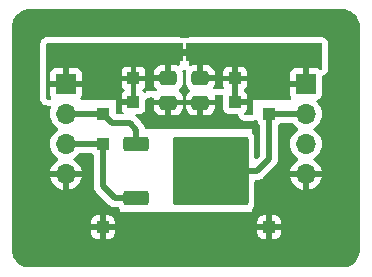
<source format=gtl>
%TF.GenerationSoftware,KiCad,Pcbnew,8.0.3*%
%TF.CreationDate,2024-09-03T06:20:47+12:00*%
%TF.ProjectId,to-252-2,746f2d32-3532-42d3-922e-6b696361645f,rev?*%
%TF.SameCoordinates,Original*%
%TF.FileFunction,Copper,L1,Top*%
%TF.FilePolarity,Positive*%
%FSLAX46Y46*%
G04 Gerber Fmt 4.6, Leading zero omitted, Abs format (unit mm)*
G04 Created by KiCad (PCBNEW 8.0.3) date 2024-09-03 06:20:47*
%MOMM*%
%LPD*%
G01*
G04 APERTURE LIST*
G04 Aperture macros list*
%AMRoundRect*
0 Rectangle with rounded corners*
0 $1 Rounding radius*
0 $2 $3 $4 $5 $6 $7 $8 $9 X,Y pos of 4 corners*
0 Add a 4 corners polygon primitive as box body*
4,1,4,$2,$3,$4,$5,$6,$7,$8,$9,$2,$3,0*
0 Add four circle primitives for the rounded corners*
1,1,$1+$1,$2,$3*
1,1,$1+$1,$4,$5*
1,1,$1+$1,$6,$7*
1,1,$1+$1,$8,$9*
0 Add four rect primitives between the rounded corners*
20,1,$1+$1,$2,$3,$4,$5,0*
20,1,$1+$1,$4,$5,$6,$7,0*
20,1,$1+$1,$6,$7,$8,$9,0*
20,1,$1+$1,$8,$9,$2,$3,0*%
%AMFreePoly0*
4,1,19,0.500000,-0.750000,0.000000,-0.750000,0.000000,-0.744911,-0.071157,-0.744911,-0.207708,-0.704816,-0.327430,-0.627875,-0.420627,-0.520320,-0.479746,-0.390866,-0.500000,-0.250000,-0.500000,0.250000,-0.479746,0.390866,-0.420627,0.520320,-0.327430,0.627875,-0.207708,0.704816,-0.071157,0.744911,0.000000,0.744911,0.000000,0.750000,0.500000,0.750000,0.500000,-0.750000,0.500000,-0.750000,
$1*%
%AMFreePoly1*
4,1,19,0.000000,0.744911,0.071157,0.744911,0.207708,0.704816,0.327430,0.627875,0.420627,0.520320,0.479746,0.390866,0.500000,0.250000,0.500000,-0.250000,0.479746,-0.390866,0.420627,-0.520320,0.327430,-0.627875,0.207708,-0.704816,0.071157,-0.744911,0.000000,-0.744911,0.000000,-0.750000,-0.500000,-0.750000,-0.500000,0.750000,0.000000,0.750000,0.000000,0.744911,0.000000,0.744911,
$1*%
G04 Aperture macros list end*
%TA.AperFunction,EtchedComponent*%
%ADD10C,0.000000*%
%TD*%
%TA.AperFunction,ComponentPad*%
%ADD11R,1.000000X1.000000*%
%TD*%
%TA.AperFunction,SMDPad,CuDef*%
%ADD12RoundRect,0.250000X-0.475000X0.337500X-0.475000X-0.337500X0.475000X-0.337500X0.475000X0.337500X0*%
%TD*%
%TA.AperFunction,SMDPad,CuDef*%
%ADD13RoundRect,0.250000X-0.850000X-0.350000X0.850000X-0.350000X0.850000X0.350000X-0.850000X0.350000X0*%
%TD*%
%TA.AperFunction,SMDPad,CuDef*%
%ADD14RoundRect,0.250000X-1.275000X-1.125000X1.275000X-1.125000X1.275000X1.125000X-1.275000X1.125000X0*%
%TD*%
%TA.AperFunction,SMDPad,CuDef*%
%ADD15RoundRect,0.249997X-2.950003X-2.650003X2.950003X-2.650003X2.950003X2.650003X-2.950003X2.650003X0*%
%TD*%
%TA.AperFunction,SMDPad,CuDef*%
%ADD16FreePoly0,0.000000*%
%TD*%
%TA.AperFunction,SMDPad,CuDef*%
%ADD17FreePoly1,0.000000*%
%TD*%
%TA.AperFunction,ComponentPad*%
%ADD18R,1.700000X1.700000*%
%TD*%
%TA.AperFunction,ComponentPad*%
%ADD19O,1.700000X1.700000*%
%TD*%
%TA.AperFunction,ViaPad*%
%ADD20C,0.600000*%
%TD*%
%TA.AperFunction,Conductor*%
%ADD21C,0.500000*%
%TD*%
%ADD22C,0.300000*%
%ADD23C,0.350000*%
G04 APERTURE END LIST*
D10*
%TA.AperFunction,EtchedComponent*%
%TO.C,JP101*%
G36*
X100250000Y-84000000D02*
G01*
X99750000Y-84000000D01*
X99750000Y-83400000D01*
X100250000Y-83400000D01*
X100250000Y-84000000D01*
G37*
%TD.AperFunction*%
%TD*%
D11*
%TO.P,TP105,1,1*%
%TO.N,Net-(J101-Pin_2)*%
X93100000Y-88900000D03*
%TD*%
D12*
%TO.P,C101,1*%
%TO.N,Net-(J101-Pin_1)*%
X98640000Y-85862500D03*
%TO.P,C101,2*%
%TO.N,GND*%
X98640000Y-87937500D03*
%TD*%
D11*
%TO.P,TP102,1,1*%
%TO.N,Net-(J101-Pin_1)*%
X95700000Y-87900000D03*
%TD*%
%TO.P,TP103,1,1*%
%TO.N,Net-(J102-Pin_1)*%
X104300000Y-87900000D03*
%TD*%
%TO.P,TP104,1,1*%
%TO.N,Net-(J102-Pin_1)*%
X104300000Y-85900000D03*
%TD*%
D13*
%TO.P,U101,1,1*%
%TO.N,Net-(J101-Pin_2)*%
X95940000Y-91470000D03*
D14*
%TO.P,U101,2,2*%
%TO.N,Net-(J102-Pin_2)*%
X100565000Y-92225000D03*
X100565000Y-95275000D03*
D15*
X102240000Y-93750000D03*
D14*
X103915000Y-92225000D03*
X103915000Y-95275000D03*
D13*
%TO.P,U101,3,3*%
%TO.N,Net-(J101-Pin_3)*%
X95940000Y-96030000D03*
%TD*%
D11*
%TO.P,TP110,1,1*%
%TO.N,Net-(J102-Pin_2)*%
X107200000Y-88900000D03*
%TD*%
%TO.P,TP111,1,1*%
%TO.N,GND*%
X93100000Y-98500000D03*
%TD*%
%TO.P,TP109,1,1*%
%TO.N,Net-(J101-Pin_3)*%
X93100000Y-91450000D03*
%TD*%
%TO.P,TP112,1,1*%
%TO.N,GND*%
X107200000Y-98500000D03*
%TD*%
D12*
%TO.P,C102,1*%
%TO.N,Net-(J102-Pin_1)*%
X101360000Y-85862500D03*
%TO.P,C102,2*%
%TO.N,GND*%
X101360000Y-87937500D03*
%TD*%
D16*
%TO.P,JP101,1,A*%
%TO.N,Net-(J101-Pin_1)*%
X99350000Y-83700000D03*
D17*
%TO.P,JP101,2,B*%
%TO.N,Net-(J102-Pin_1)*%
X100650000Y-83700000D03*
%TD*%
D11*
%TO.P,TP101,1,1*%
%TO.N,Net-(J101-Pin_1)*%
X95700000Y-85900000D03*
%TD*%
D18*
%TO.P,J102,1,Pin_1*%
%TO.N,Net-(J102-Pin_1)*%
X110300000Y-86360000D03*
D19*
%TO.P,J102,2,Pin_2*%
%TO.N,Net-(J102-Pin_2)*%
X110300000Y-88900000D03*
%TO.P,J102,3,Pin_3*%
%TO.N,unconnected-(J102-Pin_3-Pad3)*%
X110300000Y-91440000D03*
%TO.P,J102,4,Pin_4*%
%TO.N,GND*%
X110300000Y-93980000D03*
%TD*%
D18*
%TO.P,J101,1,Pin_1*%
%TO.N,Net-(J101-Pin_1)*%
X89980000Y-86360000D03*
D19*
%TO.P,J101,2,Pin_2*%
%TO.N,Net-(J101-Pin_2)*%
X89980000Y-88900000D03*
%TO.P,J101,3,Pin_3*%
%TO.N,Net-(J101-Pin_3)*%
X89980000Y-91440000D03*
%TO.P,J101,4,Pin_4*%
%TO.N,GND*%
X89980000Y-93980000D03*
%TD*%
D20*
%TO.N,GND*%
X102000000Y-101000000D03*
X96000000Y-101000000D03*
X94000000Y-81000000D03*
X96000000Y-81000000D03*
X114000000Y-85000000D03*
X110000000Y-101000000D03*
X102000000Y-81000000D03*
X114000000Y-89000000D03*
X86000000Y-83000000D03*
X98000000Y-81000000D03*
X86000000Y-81000000D03*
X106000000Y-90000000D03*
X114000000Y-93000000D03*
X86000000Y-97000000D03*
X114000000Y-99000000D03*
X112000000Y-101000000D03*
X86000000Y-87000000D03*
X88000000Y-81000000D03*
X96700000Y-89200000D03*
X110000000Y-81000000D03*
X108000000Y-81000000D03*
X114000000Y-97000000D03*
X114000000Y-91000000D03*
X86000000Y-95000000D03*
X114000000Y-87000000D03*
X104000000Y-101000000D03*
X88000000Y-101000000D03*
X86000000Y-89000000D03*
X106000000Y-101000000D03*
X104000000Y-81000000D03*
X102900000Y-87900000D03*
X86000000Y-99000000D03*
X98000000Y-101000000D03*
X90000000Y-81000000D03*
X92000000Y-81000000D03*
X92000000Y-101000000D03*
X90000000Y-101000000D03*
X86000000Y-91000000D03*
X97100000Y-88000000D03*
X106200000Y-92200000D03*
X114000000Y-81000000D03*
X86000000Y-85000000D03*
X108000000Y-101000000D03*
X112000000Y-81000000D03*
X94000000Y-101000000D03*
X114000000Y-83000000D03*
X100000000Y-101000000D03*
X114000000Y-101000000D03*
X100000000Y-81000000D03*
X106000000Y-81000000D03*
X114000000Y-95000000D03*
X86000000Y-93000000D03*
X86000000Y-101000000D03*
%TD*%
D21*
%TO.N,Net-(J101-Pin_2)*%
X95400000Y-89700000D02*
X95940000Y-90240000D01*
X93100000Y-88900000D02*
X93900000Y-89700000D01*
X95940000Y-90240000D02*
X95940000Y-91470000D01*
X89980000Y-88900000D02*
X93100000Y-88900000D01*
X93900000Y-89700000D02*
X95400000Y-89700000D01*
%TO.N,Net-(J101-Pin_3)*%
X93100000Y-95000000D02*
X93100000Y-91450000D01*
X89980000Y-91440000D02*
X93090000Y-91440000D01*
X94130000Y-96030000D02*
X93100000Y-95000000D01*
X95940000Y-96030000D02*
X94130000Y-96030000D01*
%TO.N,Net-(J102-Pin_2)*%
X106150000Y-93750000D02*
X102240000Y-93750000D01*
X107200000Y-88900000D02*
X107200000Y-92700000D01*
X110300000Y-88900000D02*
X107200000Y-88900000D01*
X107200000Y-92700000D02*
X106150000Y-93750000D01*
%TD*%
%TA.AperFunction,Conductor*%
%TO.N,Net-(J101-Pin_1)*%
G36*
X99543039Y-82919685D02*
G01*
X99588794Y-82972489D01*
X99600000Y-83024000D01*
X99600000Y-84723888D01*
X99580315Y-84790927D01*
X99527511Y-84836682D01*
X99458353Y-84846626D01*
X99436997Y-84841594D01*
X99267700Y-84785495D01*
X99267690Y-84785493D01*
X99164986Y-84775000D01*
X98890000Y-84775000D01*
X98890000Y-85988500D01*
X98870315Y-86055539D01*
X98817511Y-86101294D01*
X98766000Y-86112500D01*
X97415001Y-86112500D01*
X97415001Y-86249986D01*
X97425494Y-86352697D01*
X97480641Y-86519119D01*
X97480643Y-86519124D01*
X97572684Y-86668345D01*
X97692658Y-86788319D01*
X97726143Y-86849642D01*
X97721159Y-86919334D01*
X97679287Y-86975267D01*
X97613823Y-86999684D01*
X97604977Y-87000000D01*
X96800000Y-87000000D01*
X96797758Y-87002241D01*
X96780315Y-87061647D01*
X96727511Y-87107402D01*
X96658353Y-87117346D01*
X96594797Y-87088321D01*
X96576734Y-87068919D01*
X96557190Y-87042813D01*
X96499021Y-86999267D01*
X96457150Y-86943333D01*
X96452166Y-86873641D01*
X96485651Y-86812318D01*
X96499021Y-86800733D01*
X96557190Y-86757186D01*
X96643350Y-86642093D01*
X96643354Y-86642086D01*
X96693596Y-86507379D01*
X96693598Y-86507372D01*
X96699999Y-86447844D01*
X96700000Y-86447827D01*
X96700000Y-86150000D01*
X95950000Y-86150000D01*
X95950000Y-87850272D01*
X95911940Y-87758386D01*
X95841614Y-87688060D01*
X95749728Y-87650000D01*
X95650272Y-87650000D01*
X95558386Y-87688060D01*
X95488060Y-87758386D01*
X95450000Y-87850272D01*
X95450000Y-87949728D01*
X95488060Y-88041614D01*
X95558386Y-88111940D01*
X95650272Y-88150000D01*
X94700000Y-88150000D01*
X94700000Y-88447844D01*
X94706401Y-88507372D01*
X94706403Y-88507379D01*
X94756645Y-88642086D01*
X94756649Y-88642093D01*
X94838319Y-88751189D01*
X94862737Y-88816653D01*
X94847886Y-88884926D01*
X94798481Y-88934332D01*
X94739053Y-88949500D01*
X94324000Y-88949500D01*
X94256961Y-88929815D01*
X94211206Y-88877011D01*
X94200000Y-88825500D01*
X94200000Y-87700000D01*
X91335489Y-87700000D01*
X91268450Y-87680315D01*
X91222695Y-87627511D01*
X91212751Y-87558353D01*
X91236223Y-87501689D01*
X91273350Y-87452093D01*
X91273354Y-87452086D01*
X91323596Y-87317379D01*
X91323598Y-87317372D01*
X91329999Y-87257844D01*
X91330000Y-87257827D01*
X91330000Y-86610000D01*
X90413012Y-86610000D01*
X90445925Y-86552993D01*
X90474100Y-86447844D01*
X94700000Y-86447844D01*
X94706401Y-86507372D01*
X94706403Y-86507379D01*
X94756645Y-86642086D01*
X94756649Y-86642093D01*
X94842809Y-86757187D01*
X94900979Y-86800734D01*
X94942849Y-86856668D01*
X94947833Y-86926360D01*
X94914347Y-86987683D01*
X94900979Y-86999266D01*
X94842809Y-87042812D01*
X94756649Y-87157906D01*
X94756645Y-87157913D01*
X94706403Y-87292620D01*
X94706401Y-87292627D01*
X94700000Y-87352155D01*
X94700000Y-87650000D01*
X95450000Y-87650000D01*
X95450000Y-86150000D01*
X94700000Y-86150000D01*
X94700000Y-86447844D01*
X90474100Y-86447844D01*
X90480000Y-86425826D01*
X90480000Y-86294174D01*
X90445925Y-86167007D01*
X90413012Y-86110000D01*
X91330000Y-86110000D01*
X91330000Y-85850272D01*
X95450000Y-85850272D01*
X95450000Y-85949728D01*
X95488060Y-86041614D01*
X95558386Y-86111940D01*
X95650272Y-86150000D01*
X95749728Y-86150000D01*
X95841614Y-86111940D01*
X95911940Y-86041614D01*
X95950000Y-85949728D01*
X95950000Y-85850272D01*
X95911940Y-85758386D01*
X95841614Y-85688060D01*
X95749728Y-85650000D01*
X95950000Y-85650000D01*
X96700000Y-85650000D01*
X96700000Y-85475013D01*
X97415000Y-85475013D01*
X97415000Y-85612500D01*
X98390000Y-85612500D01*
X98390000Y-84775000D01*
X98115029Y-84775000D01*
X98115012Y-84775001D01*
X98012302Y-84785494D01*
X97845880Y-84840641D01*
X97845875Y-84840643D01*
X97696654Y-84932684D01*
X97572684Y-85056654D01*
X97480643Y-85205875D01*
X97480641Y-85205880D01*
X97425494Y-85372302D01*
X97425493Y-85372309D01*
X97415000Y-85475013D01*
X96700000Y-85475013D01*
X96700000Y-85352172D01*
X96699999Y-85352155D01*
X96693598Y-85292627D01*
X96693596Y-85292620D01*
X96643354Y-85157913D01*
X96643350Y-85157906D01*
X96557190Y-85042812D01*
X96557187Y-85042809D01*
X96442093Y-84956649D01*
X96442086Y-84956645D01*
X96307379Y-84906403D01*
X96307372Y-84906401D01*
X96247844Y-84900000D01*
X95950000Y-84900000D01*
X95950000Y-85650000D01*
X95749728Y-85650000D01*
X95650272Y-85650000D01*
X95558386Y-85688060D01*
X95488060Y-85758386D01*
X95450000Y-85850272D01*
X91330000Y-85850272D01*
X91330000Y-85462172D01*
X91329999Y-85462155D01*
X91323598Y-85402627D01*
X91323596Y-85402620D01*
X91304774Y-85352155D01*
X94700000Y-85352155D01*
X94700000Y-85650000D01*
X95450000Y-85650000D01*
X95450000Y-84900000D01*
X95152155Y-84900000D01*
X95092627Y-84906401D01*
X95092620Y-84906403D01*
X94957913Y-84956645D01*
X94957906Y-84956649D01*
X94842812Y-85042809D01*
X94842809Y-85042812D01*
X94756649Y-85157906D01*
X94756645Y-85157913D01*
X94706403Y-85292620D01*
X94706401Y-85292627D01*
X94700000Y-85352155D01*
X91304774Y-85352155D01*
X91273354Y-85267913D01*
X91273350Y-85267906D01*
X91187190Y-85152812D01*
X91187187Y-85152809D01*
X91072093Y-85066649D01*
X91072086Y-85066645D01*
X90937379Y-85016403D01*
X90937372Y-85016401D01*
X90877844Y-85010000D01*
X90230000Y-85010000D01*
X90230000Y-85926988D01*
X90172993Y-85894075D01*
X90045826Y-85860000D01*
X89914174Y-85860000D01*
X89787007Y-85894075D01*
X89730000Y-85926988D01*
X89730000Y-85010000D01*
X89082155Y-85010000D01*
X89022627Y-85016401D01*
X89022620Y-85016403D01*
X88887913Y-85066645D01*
X88887906Y-85066649D01*
X88772812Y-85152809D01*
X88772809Y-85152812D01*
X88686649Y-85267906D01*
X88686645Y-85267913D01*
X88636403Y-85402620D01*
X88636401Y-85402627D01*
X88630000Y-85462155D01*
X88630000Y-86110000D01*
X89546988Y-86110000D01*
X89514075Y-86167007D01*
X89480000Y-86294174D01*
X89480000Y-86425826D01*
X89514075Y-86552993D01*
X89546988Y-86610000D01*
X88630000Y-86610000D01*
X88630000Y-87257844D01*
X88636401Y-87317372D01*
X88636403Y-87317379D01*
X88686645Y-87452086D01*
X88686649Y-87452093D01*
X88723777Y-87501689D01*
X88748195Y-87567153D01*
X88733344Y-87635426D01*
X88683939Y-87684832D01*
X88624511Y-87700000D01*
X88424000Y-87700000D01*
X88356961Y-87680315D01*
X88311206Y-87627511D01*
X88300000Y-87576000D01*
X88300000Y-83024000D01*
X88319685Y-82956961D01*
X88372489Y-82911206D01*
X88424000Y-82900000D01*
X99476000Y-82900000D01*
X99543039Y-82919685D01*
G37*
%TD.AperFunction*%
%TA.AperFunction,Conductor*%
G36*
X95950000Y-88026000D02*
G01*
X95930315Y-88093039D01*
X95877511Y-88138794D01*
X95826000Y-88150000D01*
X95749728Y-88150000D01*
X95841614Y-88111940D01*
X95911940Y-88041614D01*
X95950000Y-87949728D01*
X95950000Y-88026000D01*
G37*
%TD.AperFunction*%
%TD*%
%TA.AperFunction,Conductor*%
%TO.N,Net-(J102-Pin_1)*%
G36*
X111643039Y-82919685D02*
G01*
X111688794Y-82972489D01*
X111700000Y-83024000D01*
X111700000Y-85049427D01*
X111680315Y-85116466D01*
X111627511Y-85162221D01*
X111558353Y-85172165D01*
X111501689Y-85148694D01*
X111392088Y-85066646D01*
X111392086Y-85066645D01*
X111257379Y-85016403D01*
X111257372Y-85016401D01*
X111197844Y-85010000D01*
X110550000Y-85010000D01*
X110550000Y-85926988D01*
X110492993Y-85894075D01*
X110365826Y-85860000D01*
X110234174Y-85860000D01*
X110107007Y-85894075D01*
X110050000Y-85926988D01*
X110050000Y-85010000D01*
X109402155Y-85010000D01*
X109342627Y-85016401D01*
X109342620Y-85016403D01*
X109207913Y-85066645D01*
X109207906Y-85066649D01*
X109092812Y-85152809D01*
X109092809Y-85152812D01*
X109006649Y-85267906D01*
X109006645Y-85267913D01*
X108956403Y-85402620D01*
X108956401Y-85402627D01*
X108950000Y-85462155D01*
X108950000Y-86110000D01*
X109866988Y-86110000D01*
X109834075Y-86167007D01*
X109800000Y-86294174D01*
X109800000Y-86425826D01*
X109834075Y-86552993D01*
X109866988Y-86610000D01*
X108950000Y-86610000D01*
X108950000Y-87257844D01*
X108956401Y-87317372D01*
X108956403Y-87317379D01*
X109006645Y-87452086D01*
X109006649Y-87452093D01*
X109043777Y-87501689D01*
X109068195Y-87567153D01*
X109053344Y-87635426D01*
X109003939Y-87684832D01*
X108944511Y-87700000D01*
X105800000Y-87700000D01*
X105800000Y-88876000D01*
X105780315Y-88943039D01*
X105727511Y-88988794D01*
X105676000Y-89000000D01*
X105205392Y-89000000D01*
X105138353Y-88980315D01*
X105092598Y-88927511D01*
X105082654Y-88858353D01*
X105111679Y-88794797D01*
X105131081Y-88776734D01*
X105157187Y-88757190D01*
X105157190Y-88757187D01*
X105243350Y-88642093D01*
X105243354Y-88642086D01*
X105293596Y-88507379D01*
X105293598Y-88507372D01*
X105299999Y-88447844D01*
X105300000Y-88447827D01*
X105300000Y-88150000D01*
X104349728Y-88150000D01*
X104441614Y-88111940D01*
X104511940Y-88041614D01*
X104550000Y-87949728D01*
X104550000Y-87850272D01*
X104511940Y-87758386D01*
X104441614Y-87688060D01*
X104349728Y-87650000D01*
X104550000Y-87650000D01*
X105300000Y-87650000D01*
X105300000Y-87352172D01*
X105299999Y-87352155D01*
X105293598Y-87292627D01*
X105293596Y-87292620D01*
X105243354Y-87157913D01*
X105243350Y-87157906D01*
X105157190Y-87042813D01*
X105099021Y-86999267D01*
X105057150Y-86943333D01*
X105052166Y-86873641D01*
X105085651Y-86812318D01*
X105099021Y-86800733D01*
X105157190Y-86757186D01*
X105243350Y-86642093D01*
X105243354Y-86642086D01*
X105293596Y-86507379D01*
X105293598Y-86507372D01*
X105299999Y-86447844D01*
X105300000Y-86447827D01*
X105300000Y-86150000D01*
X104550000Y-86150000D01*
X104550000Y-87650000D01*
X104349728Y-87650000D01*
X104250272Y-87650000D01*
X104158386Y-87688060D01*
X104088060Y-87758386D01*
X104050000Y-87850272D01*
X104050000Y-86150000D01*
X103300000Y-86150000D01*
X103300000Y-86447844D01*
X103306401Y-86507372D01*
X103306403Y-86507380D01*
X103353132Y-86632667D01*
X103358116Y-86702359D01*
X103324631Y-86763682D01*
X103263307Y-86797166D01*
X103236950Y-86800000D01*
X102568285Y-86800000D01*
X102501246Y-86780315D01*
X102455491Y-86727511D01*
X102445547Y-86658353D01*
X102462747Y-86610903D01*
X102519353Y-86519130D01*
X102519358Y-86519119D01*
X102574505Y-86352697D01*
X102574506Y-86352690D01*
X102584999Y-86249986D01*
X102585000Y-86249973D01*
X102585000Y-86112500D01*
X101234000Y-86112500D01*
X101166961Y-86092815D01*
X101121206Y-86040011D01*
X101110000Y-85988500D01*
X101110000Y-85850272D01*
X104050000Y-85850272D01*
X104050000Y-85949728D01*
X104088060Y-86041614D01*
X104158386Y-86111940D01*
X104250272Y-86150000D01*
X104349728Y-86150000D01*
X104441614Y-86111940D01*
X104511940Y-86041614D01*
X104550000Y-85949728D01*
X104550000Y-85850272D01*
X104511940Y-85758386D01*
X104441614Y-85688060D01*
X104349728Y-85650000D01*
X104550000Y-85650000D01*
X105300000Y-85650000D01*
X105300000Y-85352172D01*
X105299999Y-85352155D01*
X105293598Y-85292627D01*
X105293596Y-85292620D01*
X105243354Y-85157913D01*
X105243350Y-85157906D01*
X105157190Y-85042812D01*
X105157187Y-85042809D01*
X105042093Y-84956649D01*
X105042086Y-84956645D01*
X104907379Y-84906403D01*
X104907372Y-84906401D01*
X104847844Y-84900000D01*
X104550000Y-84900000D01*
X104550000Y-85650000D01*
X104349728Y-85650000D01*
X104250272Y-85650000D01*
X104158386Y-85688060D01*
X104088060Y-85758386D01*
X104050000Y-85850272D01*
X101110000Y-85850272D01*
X101110000Y-85612500D01*
X101610000Y-85612500D01*
X102584999Y-85612500D01*
X102584999Y-85475028D01*
X102584998Y-85475013D01*
X102574505Y-85372302D01*
X102567829Y-85352155D01*
X103300000Y-85352155D01*
X103300000Y-85650000D01*
X104050000Y-85650000D01*
X104050000Y-84900000D01*
X103752155Y-84900000D01*
X103692627Y-84906401D01*
X103692620Y-84906403D01*
X103557913Y-84956645D01*
X103557906Y-84956649D01*
X103442812Y-85042809D01*
X103442809Y-85042812D01*
X103356649Y-85157906D01*
X103356645Y-85157913D01*
X103306403Y-85292620D01*
X103306401Y-85292627D01*
X103300000Y-85352155D01*
X102567829Y-85352155D01*
X102519358Y-85205880D01*
X102519356Y-85205875D01*
X102427315Y-85056654D01*
X102303345Y-84932684D01*
X102154124Y-84840643D01*
X102154119Y-84840641D01*
X101987697Y-84785494D01*
X101987690Y-84785493D01*
X101884986Y-84775000D01*
X101610000Y-84775000D01*
X101610000Y-85612500D01*
X101110000Y-85612500D01*
X101110000Y-84775000D01*
X100835029Y-84775000D01*
X100835012Y-84775001D01*
X100732302Y-84785494D01*
X100563004Y-84841594D01*
X100493175Y-84843996D01*
X100433134Y-84808264D01*
X100401941Y-84745743D01*
X100400000Y-84723888D01*
X100400000Y-83024000D01*
X100419685Y-82956961D01*
X100472489Y-82911206D01*
X100524000Y-82900000D01*
X111576000Y-82900000D01*
X111643039Y-82919685D01*
G37*
%TD.AperFunction*%
%TA.AperFunction,Conductor*%
G36*
X104088060Y-88041614D02*
G01*
X104158386Y-88111940D01*
X104250272Y-88150000D01*
X104174000Y-88150000D01*
X104106961Y-88130315D01*
X104061206Y-88077511D01*
X104050000Y-88026000D01*
X104050000Y-87949728D01*
X104088060Y-88041614D01*
G37*
%TD.AperFunction*%
%TD*%
%TA.AperFunction,Conductor*%
%TO.N,GND*%
G36*
X100042588Y-85144207D02*
G01*
X100077207Y-85163948D01*
X100118340Y-85197186D01*
X100158112Y-85254631D01*
X100160512Y-85324460D01*
X100158111Y-85332636D01*
X100145001Y-85372199D01*
X100134500Y-85474983D01*
X100134500Y-86250001D01*
X100134501Y-86250019D01*
X100145000Y-86352796D01*
X100145001Y-86352799D01*
X100200185Y-86519331D01*
X100200186Y-86519334D01*
X100292288Y-86668656D01*
X100416344Y-86792712D01*
X100419628Y-86794737D01*
X100419653Y-86794753D01*
X100421445Y-86796746D01*
X100422011Y-86797193D01*
X100421934Y-86797289D01*
X100466379Y-86846699D01*
X100477603Y-86915661D01*
X100449761Y-86979744D01*
X100419665Y-87005826D01*
X100416660Y-87007679D01*
X100416655Y-87007683D01*
X100292684Y-87131654D01*
X100200643Y-87280875D01*
X100200641Y-87280880D01*
X100145494Y-87447302D01*
X100145493Y-87447309D01*
X100135000Y-87550013D01*
X100135000Y-87687500D01*
X102584999Y-87687500D01*
X102584999Y-87550028D01*
X102584998Y-87550010D01*
X102573975Y-87442101D01*
X102586745Y-87373408D01*
X102634626Y-87322524D01*
X102697333Y-87305500D01*
X103175500Y-87305500D01*
X103242539Y-87325185D01*
X103288294Y-87377989D01*
X103299500Y-87429500D01*
X103299500Y-88447870D01*
X103299501Y-88447876D01*
X103305908Y-88507483D01*
X103356202Y-88642328D01*
X103356206Y-88642335D01*
X103442452Y-88757544D01*
X103442455Y-88757547D01*
X103557664Y-88843793D01*
X103557671Y-88843797D01*
X103692517Y-88894091D01*
X103692516Y-88894091D01*
X103699444Y-88894835D01*
X103752127Y-88900500D01*
X104470792Y-88900499D01*
X104537831Y-88920183D01*
X104583586Y-88972987D01*
X104590982Y-88995210D01*
X104590996Y-88995206D01*
X104591109Y-88995592D01*
X104591960Y-88998148D01*
X104592245Y-88999462D01*
X104632778Y-89137501D01*
X104632781Y-89137507D01*
X104710563Y-89258537D01*
X104710571Y-89258548D01*
X104756315Y-89311340D01*
X104756318Y-89311343D01*
X104756322Y-89311347D01*
X104865056Y-89405567D01*
X104865059Y-89405568D01*
X104865060Y-89405569D01*
X104967607Y-89452402D01*
X104995933Y-89465338D01*
X105062972Y-89485023D01*
X105062976Y-89485024D01*
X105205392Y-89505500D01*
X105205395Y-89505500D01*
X105675990Y-89505500D01*
X105676000Y-89505500D01*
X105783456Y-89493947D01*
X105834967Y-89482741D01*
X105869197Y-89471347D01*
X105937497Y-89448616D01*
X105937501Y-89448613D01*
X105937504Y-89448613D01*
X106013770Y-89399598D01*
X106080809Y-89379914D01*
X106147849Y-89399598D01*
X106193604Y-89452402D01*
X106204099Y-89490658D01*
X106205907Y-89507480D01*
X106256202Y-89642328D01*
X106256203Y-89642329D01*
X106256204Y-89642331D01*
X106342451Y-89757542D01*
X106342452Y-89757543D01*
X106342455Y-89757547D01*
X106399810Y-89800482D01*
X106441682Y-89856415D01*
X106449500Y-89899749D01*
X106449500Y-92337770D01*
X106429815Y-92404809D01*
X106413181Y-92425451D01*
X106152181Y-92686451D01*
X106090858Y-92719936D01*
X106021166Y-92714952D01*
X105965233Y-92673080D01*
X105940816Y-92607616D01*
X105940500Y-92598770D01*
X105940500Y-91049993D01*
X105940499Y-91049980D01*
X105929999Y-90947200D01*
X105874815Y-90780664D01*
X105874811Y-90780658D01*
X105874810Y-90780655D01*
X105782714Y-90631346D01*
X105782711Y-90631342D01*
X105736319Y-90584950D01*
X105702834Y-90523627D01*
X105700000Y-90497269D01*
X105700000Y-90200000D01*
X96799011Y-90200000D01*
X96731972Y-90180315D01*
X96686217Y-90127511D01*
X96677394Y-90100192D01*
X96661659Y-90021092D01*
X96661658Y-90021091D01*
X96661658Y-90021087D01*
X96627449Y-89938498D01*
X96605087Y-89884511D01*
X96605080Y-89884498D01*
X96522952Y-89761585D01*
X96518909Y-89757542D01*
X96418416Y-89657049D01*
X96339197Y-89577830D01*
X95874109Y-89112740D01*
X95875977Y-89110871D01*
X95843099Y-89062576D01*
X95841247Y-88992731D01*
X95877449Y-88932972D01*
X95940213Y-88902272D01*
X95961108Y-88900499D01*
X96247871Y-88900499D01*
X96247872Y-88900499D01*
X96307483Y-88894091D01*
X96442331Y-88843796D01*
X96557546Y-88757546D01*
X96643796Y-88642331D01*
X96694091Y-88507483D01*
X96700500Y-88447873D01*
X96700500Y-88324986D01*
X97415001Y-88324986D01*
X97425494Y-88427697D01*
X97480641Y-88594119D01*
X97480643Y-88594124D01*
X97572684Y-88743345D01*
X97696654Y-88867315D01*
X97845875Y-88959356D01*
X97845880Y-88959358D01*
X98012302Y-89014505D01*
X98012309Y-89014506D01*
X98115019Y-89024999D01*
X98389999Y-89024999D01*
X98890000Y-89024999D01*
X99164972Y-89024999D01*
X99164986Y-89024998D01*
X99267697Y-89014505D01*
X99434119Y-88959358D01*
X99434124Y-88959356D01*
X99583345Y-88867315D01*
X99707315Y-88743345D01*
X99799356Y-88594124D01*
X99799358Y-88594119D01*
X99854505Y-88427697D01*
X99854506Y-88427690D01*
X99864999Y-88324986D01*
X100135001Y-88324986D01*
X100145494Y-88427697D01*
X100200641Y-88594119D01*
X100200643Y-88594124D01*
X100292684Y-88743345D01*
X100416654Y-88867315D01*
X100565875Y-88959356D01*
X100565880Y-88959358D01*
X100732302Y-89014505D01*
X100732309Y-89014506D01*
X100835019Y-89024999D01*
X101109999Y-89024999D01*
X101610000Y-89024999D01*
X101884972Y-89024999D01*
X101884986Y-89024998D01*
X101987697Y-89014505D01*
X102154119Y-88959358D01*
X102154124Y-88959356D01*
X102303345Y-88867315D01*
X102427315Y-88743345D01*
X102519356Y-88594124D01*
X102519358Y-88594119D01*
X102574505Y-88427697D01*
X102574506Y-88427690D01*
X102584999Y-88324986D01*
X102585000Y-88324973D01*
X102585000Y-88187500D01*
X101610000Y-88187500D01*
X101610000Y-89024999D01*
X101109999Y-89024999D01*
X101110000Y-89024998D01*
X101110000Y-88187500D01*
X100135001Y-88187500D01*
X100135001Y-88324986D01*
X99864999Y-88324986D01*
X99865000Y-88324973D01*
X99865000Y-88187500D01*
X98890000Y-88187500D01*
X98890000Y-89024999D01*
X98389999Y-89024999D01*
X98390000Y-89024998D01*
X98390000Y-88187500D01*
X97415001Y-88187500D01*
X97415001Y-88324986D01*
X96700500Y-88324986D01*
X96700499Y-87729206D01*
X96720183Y-87662168D01*
X96772987Y-87616413D01*
X96795209Y-87609019D01*
X96795205Y-87609004D01*
X96795635Y-87608877D01*
X96798168Y-87608035D01*
X96799440Y-87607758D01*
X96799455Y-87607756D01*
X96937504Y-87567221D01*
X97002913Y-87525185D01*
X97069953Y-87505500D01*
X97291000Y-87505500D01*
X97358039Y-87525185D01*
X97403794Y-87577989D01*
X97415000Y-87629500D01*
X97415000Y-87687500D01*
X99864999Y-87687500D01*
X99864999Y-87550028D01*
X99864998Y-87550013D01*
X99854505Y-87447302D01*
X99799358Y-87280880D01*
X99799356Y-87280875D01*
X99707315Y-87131654D01*
X99583344Y-87007683D01*
X99583341Y-87007681D01*
X99580339Y-87005829D01*
X99578713Y-87004021D01*
X99577677Y-87003202D01*
X99577817Y-87003024D01*
X99533617Y-86953880D01*
X99522397Y-86884917D01*
X99550243Y-86820836D01*
X99580344Y-86794754D01*
X99583656Y-86792712D01*
X99707712Y-86668656D01*
X99799814Y-86519334D01*
X99854999Y-86352797D01*
X99865500Y-86250009D01*
X99865499Y-85474992D01*
X99854999Y-85372203D01*
X99842299Y-85333876D01*
X99839896Y-85264048D01*
X99875627Y-85204006D01*
X99878751Y-85201202D01*
X99911347Y-85172958D01*
X99911353Y-85172950D01*
X99911578Y-85172727D01*
X99911673Y-85172674D01*
X99914696Y-85170056D01*
X99915265Y-85170712D01*
X99972896Y-85139233D01*
X100042588Y-85144207D01*
G37*
%TD.AperFunction*%
%TA.AperFunction,Conductor*%
G36*
X113384418Y-80040816D02*
G01*
X113584561Y-80055130D01*
X113602063Y-80057647D01*
X113793797Y-80099355D01*
X113810755Y-80104334D01*
X113994609Y-80172909D01*
X114010701Y-80180259D01*
X114182904Y-80274288D01*
X114197784Y-80283849D01*
X114354867Y-80401441D01*
X114368237Y-80413027D01*
X114506972Y-80551762D01*
X114518558Y-80565132D01*
X114636146Y-80722210D01*
X114645711Y-80737095D01*
X114739740Y-80909298D01*
X114747090Y-80925390D01*
X114815662Y-81109236D01*
X114820646Y-81126212D01*
X114862351Y-81317931D01*
X114864869Y-81335442D01*
X114879184Y-81535580D01*
X114879500Y-81544427D01*
X114879500Y-100395572D01*
X114879184Y-100404419D01*
X114864869Y-100604557D01*
X114862351Y-100622068D01*
X114820646Y-100813787D01*
X114815662Y-100830763D01*
X114747090Y-101014609D01*
X114739740Y-101030701D01*
X114645711Y-101202904D01*
X114636146Y-101217789D01*
X114518558Y-101374867D01*
X114506972Y-101388237D01*
X114368237Y-101526972D01*
X114354867Y-101538558D01*
X114197789Y-101656146D01*
X114182904Y-101665711D01*
X114010701Y-101759740D01*
X113994609Y-101767090D01*
X113810763Y-101835662D01*
X113793787Y-101840646D01*
X113602068Y-101882351D01*
X113584557Y-101884869D01*
X113403779Y-101897799D01*
X113384417Y-101899184D01*
X113375572Y-101899500D01*
X86904428Y-101899500D01*
X86895582Y-101899184D01*
X86873622Y-101897613D01*
X86695442Y-101884869D01*
X86677931Y-101882351D01*
X86486212Y-101840646D01*
X86469236Y-101835662D01*
X86285390Y-101767090D01*
X86269298Y-101759740D01*
X86097095Y-101665711D01*
X86082210Y-101656146D01*
X85925132Y-101538558D01*
X85911762Y-101526972D01*
X85773027Y-101388237D01*
X85761441Y-101374867D01*
X85643849Y-101217784D01*
X85634288Y-101202904D01*
X85540259Y-101030701D01*
X85532909Y-101014609D01*
X85472091Y-100851551D01*
X85464334Y-100830755D01*
X85459355Y-100813797D01*
X85417647Y-100622063D01*
X85415130Y-100604556D01*
X85400816Y-100404418D01*
X85400500Y-100395572D01*
X85400500Y-99047844D01*
X92100000Y-99047844D01*
X92106401Y-99107372D01*
X92106403Y-99107379D01*
X92156645Y-99242086D01*
X92156649Y-99242093D01*
X92242809Y-99357187D01*
X92242812Y-99357190D01*
X92357906Y-99443350D01*
X92357913Y-99443354D01*
X92492620Y-99493596D01*
X92492627Y-99493598D01*
X92552155Y-99499999D01*
X92552172Y-99500000D01*
X92850000Y-99500000D01*
X93350000Y-99500000D01*
X93647828Y-99500000D01*
X93647844Y-99499999D01*
X93707372Y-99493598D01*
X93707379Y-99493596D01*
X93842086Y-99443354D01*
X93842093Y-99443350D01*
X93957187Y-99357190D01*
X93957190Y-99357187D01*
X94043350Y-99242093D01*
X94043354Y-99242086D01*
X94093596Y-99107379D01*
X94093598Y-99107372D01*
X94099999Y-99047844D01*
X106200000Y-99047844D01*
X106206401Y-99107372D01*
X106206403Y-99107379D01*
X106256645Y-99242086D01*
X106256649Y-99242093D01*
X106342809Y-99357187D01*
X106342812Y-99357190D01*
X106457906Y-99443350D01*
X106457913Y-99443354D01*
X106592620Y-99493596D01*
X106592627Y-99493598D01*
X106652155Y-99499999D01*
X106652172Y-99500000D01*
X106950000Y-99500000D01*
X107450000Y-99500000D01*
X107747828Y-99500000D01*
X107747844Y-99499999D01*
X107807372Y-99493598D01*
X107807379Y-99493596D01*
X107942086Y-99443354D01*
X107942093Y-99443350D01*
X108057187Y-99357190D01*
X108057190Y-99357187D01*
X108143350Y-99242093D01*
X108143354Y-99242086D01*
X108193596Y-99107379D01*
X108193598Y-99107372D01*
X108199999Y-99047844D01*
X108200000Y-99047827D01*
X108200000Y-98750000D01*
X107450000Y-98750000D01*
X107450000Y-99500000D01*
X106950000Y-99500000D01*
X106950000Y-98750000D01*
X106200000Y-98750000D01*
X106200000Y-99047844D01*
X94099999Y-99047844D01*
X94100000Y-99047827D01*
X94100000Y-98750000D01*
X93350000Y-98750000D01*
X93350000Y-99500000D01*
X92850000Y-99500000D01*
X92850000Y-98750000D01*
X92100000Y-98750000D01*
X92100000Y-99047844D01*
X85400500Y-99047844D01*
X85400500Y-98450272D01*
X92850000Y-98450272D01*
X92850000Y-98549728D01*
X92888060Y-98641614D01*
X92958386Y-98711940D01*
X93050272Y-98750000D01*
X93149728Y-98750000D01*
X93241614Y-98711940D01*
X93311940Y-98641614D01*
X93350000Y-98549728D01*
X93350000Y-98450272D01*
X106950000Y-98450272D01*
X106950000Y-98549728D01*
X106988060Y-98641614D01*
X107058386Y-98711940D01*
X107150272Y-98750000D01*
X107249728Y-98750000D01*
X107341614Y-98711940D01*
X107411940Y-98641614D01*
X107450000Y-98549728D01*
X107450000Y-98450272D01*
X107411940Y-98358386D01*
X107341614Y-98288060D01*
X107249728Y-98250000D01*
X107450000Y-98250000D01*
X108200000Y-98250000D01*
X108200000Y-97952172D01*
X108199999Y-97952155D01*
X108193598Y-97892627D01*
X108193596Y-97892620D01*
X108143354Y-97757913D01*
X108143350Y-97757906D01*
X108057190Y-97642812D01*
X108057187Y-97642809D01*
X107942093Y-97556649D01*
X107942086Y-97556645D01*
X107807379Y-97506403D01*
X107807372Y-97506401D01*
X107747844Y-97500000D01*
X107450000Y-97500000D01*
X107450000Y-98250000D01*
X107249728Y-98250000D01*
X107150272Y-98250000D01*
X107058386Y-98288060D01*
X106988060Y-98358386D01*
X106950000Y-98450272D01*
X93350000Y-98450272D01*
X93311940Y-98358386D01*
X93241614Y-98288060D01*
X93149728Y-98250000D01*
X93350000Y-98250000D01*
X94100000Y-98250000D01*
X94100000Y-97952172D01*
X94099999Y-97952155D01*
X106200000Y-97952155D01*
X106200000Y-98250000D01*
X106950000Y-98250000D01*
X106950000Y-97500000D01*
X106652155Y-97500000D01*
X106592627Y-97506401D01*
X106592620Y-97506403D01*
X106457913Y-97556645D01*
X106457906Y-97556649D01*
X106342812Y-97642809D01*
X106342809Y-97642812D01*
X106256649Y-97757906D01*
X106256645Y-97757913D01*
X106206403Y-97892620D01*
X106206401Y-97892627D01*
X106200000Y-97952155D01*
X94099999Y-97952155D01*
X94093598Y-97892627D01*
X94093596Y-97892620D01*
X94043354Y-97757913D01*
X94043350Y-97757906D01*
X93957190Y-97642812D01*
X93957187Y-97642809D01*
X93842093Y-97556649D01*
X93842086Y-97556645D01*
X93707379Y-97506403D01*
X93707372Y-97506401D01*
X93647844Y-97500000D01*
X93350000Y-97500000D01*
X93350000Y-98250000D01*
X93149728Y-98250000D01*
X93050272Y-98250000D01*
X92958386Y-98288060D01*
X92888060Y-98358386D01*
X92850000Y-98450272D01*
X85400500Y-98450272D01*
X85400500Y-97952155D01*
X92100000Y-97952155D01*
X92100000Y-98250000D01*
X92850000Y-98250000D01*
X92850000Y-97500000D01*
X92552155Y-97500000D01*
X92492627Y-97506401D01*
X92492620Y-97506403D01*
X92357913Y-97556645D01*
X92357906Y-97556649D01*
X92242812Y-97642809D01*
X92242809Y-97642812D01*
X92156649Y-97757906D01*
X92156645Y-97757913D01*
X92106403Y-97892620D01*
X92106401Y-97892627D01*
X92100000Y-97952155D01*
X85400500Y-97952155D01*
X85400500Y-83024000D01*
X87794500Y-83024000D01*
X87794500Y-85604500D01*
X87794500Y-87576000D01*
X87794501Y-87576009D01*
X87806052Y-87683450D01*
X87806054Y-87683462D01*
X87817260Y-87734972D01*
X87851383Y-87837497D01*
X87851386Y-87837503D01*
X87929171Y-87958537D01*
X87929179Y-87958548D01*
X87974923Y-88011340D01*
X87974926Y-88011343D01*
X87974930Y-88011347D01*
X88083664Y-88105567D01*
X88214541Y-88165338D01*
X88281580Y-88185023D01*
X88281584Y-88185024D01*
X88424000Y-88205500D01*
X88424003Y-88205500D01*
X88619097Y-88205500D01*
X88686136Y-88225185D01*
X88731891Y-88277989D01*
X88741835Y-88347147D01*
X88731479Y-88381904D01*
X88706099Y-88436330D01*
X88706094Y-88436344D01*
X88644938Y-88664586D01*
X88644936Y-88664596D01*
X88624341Y-88899999D01*
X88624341Y-88900000D01*
X88644936Y-89135403D01*
X88644938Y-89135413D01*
X88706094Y-89363655D01*
X88706096Y-89363659D01*
X88706097Y-89363663D01*
X88772237Y-89505500D01*
X88805965Y-89577830D01*
X88805967Y-89577834D01*
X88941501Y-89771395D01*
X88941506Y-89771402D01*
X89108597Y-89938493D01*
X89108603Y-89938498D01*
X89294158Y-90068425D01*
X89337783Y-90123002D01*
X89344977Y-90192500D01*
X89313454Y-90254855D01*
X89294158Y-90271575D01*
X89108597Y-90401505D01*
X88941505Y-90568597D01*
X88805965Y-90762169D01*
X88805964Y-90762171D01*
X88706098Y-90976335D01*
X88706094Y-90976344D01*
X88644938Y-91204586D01*
X88644936Y-91204596D01*
X88624341Y-91439999D01*
X88624341Y-91440000D01*
X88644936Y-91675403D01*
X88644938Y-91675413D01*
X88706094Y-91903655D01*
X88706096Y-91903659D01*
X88706097Y-91903663D01*
X88738336Y-91972799D01*
X88805965Y-92117830D01*
X88805967Y-92117834D01*
X88891642Y-92240189D01*
X88941505Y-92311401D01*
X89108599Y-92478495D01*
X89280369Y-92598770D01*
X89294594Y-92608730D01*
X89338219Y-92663307D01*
X89345413Y-92732805D01*
X89313890Y-92795160D01*
X89294595Y-92811880D01*
X89108922Y-92941890D01*
X89108920Y-92941891D01*
X88941891Y-93108920D01*
X88941886Y-93108926D01*
X88806400Y-93302420D01*
X88806399Y-93302422D01*
X88706570Y-93516507D01*
X88706567Y-93516513D01*
X88649364Y-93729999D01*
X88649364Y-93730000D01*
X89546988Y-93730000D01*
X89514075Y-93787007D01*
X89480000Y-93914174D01*
X89480000Y-94045826D01*
X89514075Y-94172993D01*
X89546988Y-94230000D01*
X88649364Y-94230000D01*
X88706567Y-94443486D01*
X88706570Y-94443492D01*
X88806399Y-94657578D01*
X88941894Y-94851082D01*
X89108917Y-95018105D01*
X89302421Y-95153600D01*
X89516507Y-95253429D01*
X89516516Y-95253433D01*
X89730000Y-95310634D01*
X89730000Y-94413012D01*
X89787007Y-94445925D01*
X89914174Y-94480000D01*
X90045826Y-94480000D01*
X90172993Y-94445925D01*
X90230000Y-94413012D01*
X90230000Y-95310633D01*
X90443483Y-95253433D01*
X90443492Y-95253429D01*
X90657578Y-95153600D01*
X90851082Y-95018105D01*
X91018105Y-94851082D01*
X91153600Y-94657578D01*
X91253429Y-94443492D01*
X91253432Y-94443486D01*
X91310636Y-94230000D01*
X90413012Y-94230000D01*
X90445925Y-94172993D01*
X90480000Y-94045826D01*
X90480000Y-93914174D01*
X90445925Y-93787007D01*
X90413012Y-93730000D01*
X91310636Y-93730000D01*
X91310635Y-93729999D01*
X91253432Y-93516513D01*
X91253429Y-93516507D01*
X91153600Y-93302422D01*
X91153599Y-93302420D01*
X91018113Y-93108926D01*
X91018108Y-93108920D01*
X90851078Y-92941890D01*
X90665405Y-92811879D01*
X90621780Y-92757302D01*
X90614588Y-92687804D01*
X90646110Y-92625449D01*
X90665406Y-92608730D01*
X90666997Y-92607616D01*
X90851401Y-92478495D01*
X91018495Y-92311401D01*
X91066127Y-92243376D01*
X91120704Y-92199751D01*
X91167701Y-92190500D01*
X92092764Y-92190500D01*
X92159803Y-92210185D01*
X92192029Y-92240187D01*
X92228313Y-92288656D01*
X92242452Y-92307543D01*
X92242455Y-92307547D01*
X92247605Y-92311402D01*
X92282828Y-92337770D01*
X92299810Y-92350482D01*
X92341682Y-92406415D01*
X92349500Y-92449749D01*
X92349500Y-95073918D01*
X92349500Y-95073920D01*
X92349499Y-95073920D01*
X92378340Y-95218907D01*
X92378343Y-95218917D01*
X92434913Y-95355490D01*
X92434914Y-95355491D01*
X92434916Y-95355495D01*
X92441210Y-95364914D01*
X92441211Y-95364917D01*
X92517046Y-95478414D01*
X92517052Y-95478421D01*
X93651584Y-96612952D01*
X93651586Y-96612954D01*
X93681058Y-96632645D01*
X93725270Y-96662186D01*
X93774505Y-96695084D01*
X93774506Y-96695084D01*
X93774507Y-96695085D01*
X93774509Y-96695086D01*
X93911082Y-96751656D01*
X93911087Y-96751658D01*
X93911091Y-96751658D01*
X93911092Y-96751659D01*
X94056079Y-96780500D01*
X94056082Y-96780500D01*
X94056083Y-96780500D01*
X94203917Y-96780500D01*
X94386042Y-96780500D01*
X94453081Y-96800185D01*
X94491580Y-96839402D01*
X94497287Y-96848655D01*
X94563681Y-96915049D01*
X94597166Y-96976372D01*
X94600000Y-97002730D01*
X94600000Y-97200000D01*
X105700000Y-97200000D01*
X105700000Y-97002731D01*
X105719685Y-96935692D01*
X105736319Y-96915050D01*
X105736320Y-96915049D01*
X105782712Y-96868657D01*
X105874815Y-96719336D01*
X105929999Y-96552800D01*
X105940500Y-96450012D01*
X105940500Y-94624500D01*
X105960185Y-94557461D01*
X106012989Y-94511706D01*
X106064500Y-94500500D01*
X106223920Y-94500500D01*
X106326976Y-94480000D01*
X106368913Y-94471658D01*
X106505495Y-94415084D01*
X106554729Y-94382186D01*
X106628416Y-94332952D01*
X107782951Y-93178416D01*
X107865084Y-93055495D01*
X107921658Y-92918913D01*
X107942949Y-92811879D01*
X107950500Y-92773920D01*
X107950500Y-89899749D01*
X107970185Y-89832710D01*
X108000190Y-89800482D01*
X108057546Y-89757546D01*
X108098098Y-89703376D01*
X108100485Y-89700188D01*
X108156419Y-89658318D01*
X108199751Y-89650500D01*
X109112299Y-89650500D01*
X109179338Y-89670185D01*
X109213873Y-89703376D01*
X109261505Y-89771401D01*
X109428597Y-89938493D01*
X109428603Y-89938498D01*
X109614158Y-90068425D01*
X109657783Y-90123002D01*
X109664977Y-90192500D01*
X109633454Y-90254855D01*
X109614158Y-90271575D01*
X109428597Y-90401505D01*
X109261505Y-90568597D01*
X109125965Y-90762169D01*
X109125964Y-90762171D01*
X109026098Y-90976335D01*
X109026094Y-90976344D01*
X108964938Y-91204586D01*
X108964936Y-91204596D01*
X108944341Y-91439999D01*
X108944341Y-91440000D01*
X108964936Y-91675403D01*
X108964938Y-91675413D01*
X109026094Y-91903655D01*
X109026096Y-91903659D01*
X109026097Y-91903663D01*
X109058336Y-91972799D01*
X109125965Y-92117830D01*
X109125967Y-92117834D01*
X109211642Y-92240189D01*
X109261505Y-92311401D01*
X109428599Y-92478495D01*
X109600369Y-92598770D01*
X109614594Y-92608730D01*
X109658219Y-92663307D01*
X109665413Y-92732805D01*
X109633890Y-92795160D01*
X109614595Y-92811880D01*
X109428922Y-92941890D01*
X109428920Y-92941891D01*
X109261891Y-93108920D01*
X109261886Y-93108926D01*
X109126400Y-93302420D01*
X109126399Y-93302422D01*
X109026570Y-93516507D01*
X109026567Y-93516513D01*
X108969364Y-93729999D01*
X108969364Y-93730000D01*
X109866988Y-93730000D01*
X109834075Y-93787007D01*
X109800000Y-93914174D01*
X109800000Y-94045826D01*
X109834075Y-94172993D01*
X109866988Y-94230000D01*
X108969364Y-94230000D01*
X109026567Y-94443486D01*
X109026570Y-94443492D01*
X109126399Y-94657578D01*
X109261894Y-94851082D01*
X109428917Y-95018105D01*
X109622421Y-95153600D01*
X109836507Y-95253429D01*
X109836516Y-95253433D01*
X110050000Y-95310634D01*
X110050000Y-94413012D01*
X110107007Y-94445925D01*
X110234174Y-94480000D01*
X110365826Y-94480000D01*
X110492993Y-94445925D01*
X110550000Y-94413012D01*
X110550000Y-95310633D01*
X110763483Y-95253433D01*
X110763492Y-95253429D01*
X110977578Y-95153600D01*
X111171082Y-95018105D01*
X111338105Y-94851082D01*
X111473600Y-94657578D01*
X111573429Y-94443492D01*
X111573432Y-94443486D01*
X111630636Y-94230000D01*
X110733012Y-94230000D01*
X110765925Y-94172993D01*
X110800000Y-94045826D01*
X110800000Y-93914174D01*
X110765925Y-93787007D01*
X110733012Y-93730000D01*
X111630636Y-93730000D01*
X111630635Y-93729999D01*
X111573432Y-93516513D01*
X111573429Y-93516507D01*
X111473600Y-93302422D01*
X111473599Y-93302420D01*
X111338113Y-93108926D01*
X111338108Y-93108920D01*
X111171078Y-92941890D01*
X110985405Y-92811879D01*
X110941780Y-92757302D01*
X110934588Y-92687804D01*
X110966110Y-92625449D01*
X110985406Y-92608730D01*
X110986997Y-92607616D01*
X111171401Y-92478495D01*
X111338495Y-92311401D01*
X111474035Y-92117830D01*
X111573903Y-91903663D01*
X111635063Y-91675408D01*
X111655659Y-91440000D01*
X111635063Y-91204592D01*
X111588626Y-91031285D01*
X111573905Y-90976344D01*
X111573904Y-90976343D01*
X111573903Y-90976337D01*
X111474035Y-90762171D01*
X111435873Y-90707669D01*
X111338494Y-90568597D01*
X111171402Y-90401506D01*
X111171396Y-90401501D01*
X110985842Y-90271575D01*
X110942217Y-90216998D01*
X110935023Y-90147500D01*
X110966546Y-90085145D01*
X110985842Y-90068425D01*
X111053440Y-90021092D01*
X111171401Y-89938495D01*
X111338495Y-89771401D01*
X111474035Y-89577830D01*
X111573903Y-89363663D01*
X111635063Y-89135408D01*
X111655659Y-88900000D01*
X111635063Y-88664592D01*
X111573903Y-88436337D01*
X111474035Y-88222171D01*
X111462361Y-88205499D01*
X111338496Y-88028600D01*
X111321236Y-88011340D01*
X111216567Y-87906671D01*
X111183084Y-87845351D01*
X111188068Y-87775659D01*
X111229939Y-87719725D01*
X111260915Y-87702810D01*
X111392331Y-87653796D01*
X111507546Y-87567546D01*
X111593796Y-87452331D01*
X111644091Y-87317483D01*
X111650500Y-87257873D01*
X111650499Y-85769774D01*
X111670184Y-85702736D01*
X111722987Y-85656981D01*
X111739564Y-85650798D01*
X111750472Y-85647594D01*
X111837504Y-85622040D01*
X111958543Y-85544252D01*
X112011347Y-85498497D01*
X112105567Y-85389763D01*
X112165338Y-85258886D01*
X112185023Y-85191847D01*
X112185024Y-85191843D01*
X112205500Y-85049427D01*
X112205500Y-83024000D01*
X112193947Y-82916544D01*
X112182741Y-82865033D01*
X112182637Y-82864722D01*
X112148616Y-82762502D01*
X112148613Y-82762496D01*
X112070828Y-82641462D01*
X112070825Y-82641457D01*
X112070820Y-82641451D01*
X112025076Y-82588659D01*
X112025072Y-82588656D01*
X112025070Y-82588653D01*
X111916336Y-82494433D01*
X111916333Y-82494431D01*
X111916331Y-82494430D01*
X111785465Y-82434664D01*
X111785460Y-82434662D01*
X111785459Y-82434662D01*
X111718420Y-82414977D01*
X111718422Y-82414977D01*
X111718417Y-82414976D01*
X111656347Y-82406052D01*
X111576000Y-82394500D01*
X100524000Y-82394500D01*
X100523991Y-82394500D01*
X100523990Y-82394501D01*
X100416549Y-82406052D01*
X100416537Y-82406054D01*
X100365030Y-82417259D01*
X100302254Y-82438154D01*
X100263094Y-82444500D01*
X100149997Y-82444500D01*
X100078061Y-82449644D01*
X100078056Y-82449645D01*
X100040735Y-82460603D01*
X99988158Y-82464363D01*
X99850001Y-82444500D01*
X99850000Y-82444500D01*
X99733976Y-82444500D01*
X99690085Y-82434947D01*
X99689614Y-82436211D01*
X99685473Y-82434666D01*
X99618417Y-82414976D01*
X99556347Y-82406052D01*
X99476000Y-82394500D01*
X88424000Y-82394500D01*
X88423991Y-82394500D01*
X88423990Y-82394501D01*
X88316549Y-82406052D01*
X88316537Y-82406054D01*
X88265027Y-82417260D01*
X88162502Y-82451383D01*
X88162496Y-82451386D01*
X88041462Y-82529171D01*
X88041451Y-82529179D01*
X87988659Y-82574923D01*
X87894433Y-82683664D01*
X87894430Y-82683668D01*
X87834664Y-82814534D01*
X87814976Y-82881582D01*
X87809949Y-82916549D01*
X87794500Y-83024000D01*
X85400500Y-83024000D01*
X85400500Y-81544427D01*
X85400816Y-81535581D01*
X85415130Y-81335443D01*
X85415131Y-81335442D01*
X85415130Y-81335436D01*
X85417646Y-81317938D01*
X85459356Y-81126199D01*
X85464333Y-81109248D01*
X85532911Y-80925385D01*
X85540259Y-80909298D01*
X85602815Y-80794734D01*
X85634291Y-80737089D01*
X85643845Y-80722221D01*
X85761448Y-80565123D01*
X85773020Y-80551769D01*
X85911769Y-80413020D01*
X85925123Y-80401448D01*
X86082221Y-80283845D01*
X86097089Y-80274291D01*
X86269298Y-80180258D01*
X86285385Y-80172911D01*
X86469248Y-80104333D01*
X86486199Y-80099356D01*
X86677938Y-80057646D01*
X86695436Y-80055130D01*
X86895582Y-80040816D01*
X86904428Y-80040500D01*
X86965892Y-80040500D01*
X113314108Y-80040500D01*
X113375572Y-80040500D01*
X113384418Y-80040816D01*
G37*
%TD.AperFunction*%
%TD*%
D22*
X102000000Y-101000000D03*
X96000000Y-101000000D03*
X94000000Y-81000000D03*
X96000000Y-81000000D03*
X114000000Y-85000000D03*
X110000000Y-101000000D03*
X102000000Y-81000000D03*
X114000000Y-89000000D03*
X86000000Y-83000000D03*
X98000000Y-81000000D03*
X86000000Y-81000000D03*
X106000000Y-90000000D03*
X114000000Y-93000000D03*
X86000000Y-97000000D03*
X114000000Y-99000000D03*
X112000000Y-101000000D03*
X86000000Y-87000000D03*
X88000000Y-81000000D03*
X96700000Y-89200000D03*
X110000000Y-81000000D03*
X108000000Y-81000000D03*
X114000000Y-97000000D03*
X114000000Y-91000000D03*
X86000000Y-95000000D03*
X114000000Y-87000000D03*
X104000000Y-101000000D03*
X88000000Y-101000000D03*
X86000000Y-89000000D03*
X106000000Y-101000000D03*
X104000000Y-81000000D03*
X102900000Y-87900000D03*
X86000000Y-99000000D03*
X98000000Y-101000000D03*
X90000000Y-81000000D03*
X92000000Y-81000000D03*
X92000000Y-101000000D03*
X90000000Y-101000000D03*
X86000000Y-91000000D03*
X97100000Y-88000000D03*
X106200000Y-92200000D03*
X114000000Y-81000000D03*
X86000000Y-85000000D03*
X108000000Y-101000000D03*
X112000000Y-81000000D03*
X94000000Y-101000000D03*
X114000000Y-83000000D03*
X100000000Y-101000000D03*
X114000000Y-101000000D03*
X100000000Y-81000000D03*
X106000000Y-81000000D03*
X114000000Y-95000000D03*
X86000000Y-93000000D03*
X86000000Y-101000000D03*
D23*
X93100000Y-88900000D03*
X95700000Y-87900000D03*
X104300000Y-87900000D03*
X104300000Y-85900000D03*
X107200000Y-88900000D03*
X93100000Y-98500000D03*
X93100000Y-91450000D03*
X107200000Y-98500000D03*
X95700000Y-85900000D03*
X110300000Y-86360000D03*
X110300000Y-88900000D03*
X110300000Y-91440000D03*
X110300000Y-93980000D03*
X89980000Y-86360000D03*
X89980000Y-88900000D03*
X89980000Y-91440000D03*
X89980000Y-93980000D03*
M02*

</source>
